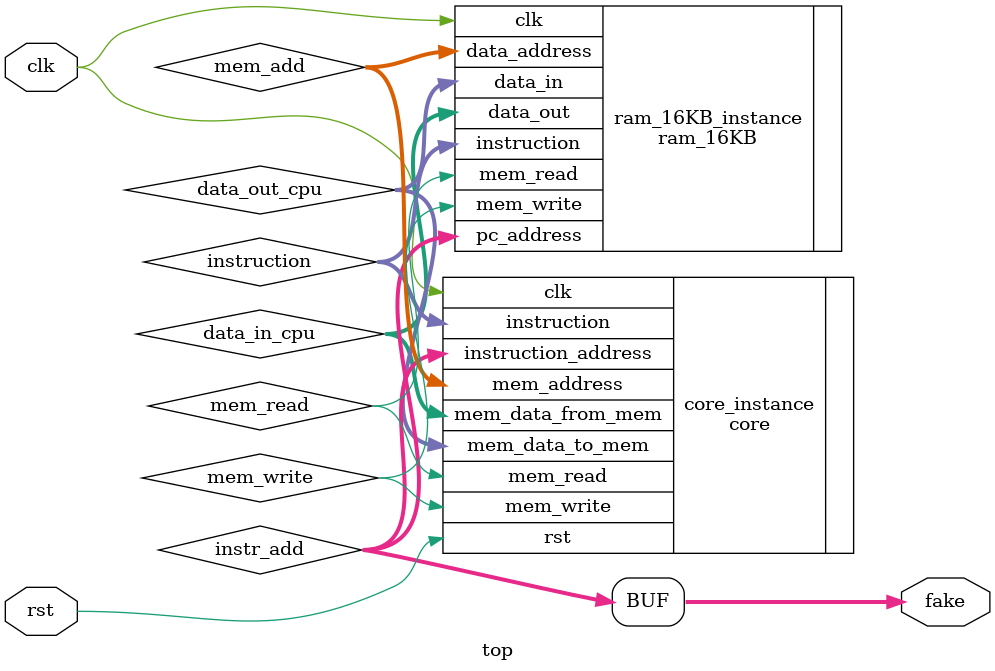
<source format=v>
/*


*/

`timescale 1ns / 1ps

module top(
    input clk,
    input rst,
    output [31:0] fake
    );
    
    wire [31:0] data_in_cpu, data_out_cpu, mem_add, instr_add, instruction;
    wire mem_read, mem_write;

    core core_instance(
        .clk(clk),
        .rst(rst),
        .instruction_address(instr_add),
        .instruction(instruction),
        .mem_write(mem_write),
        .mem_read(mem_read),
        .mem_address(mem_add),
        .mem_data_from_mem(data_in_cpu),
        .mem_data_to_mem(data_out_cpu)
    );
    
    ram_16KB ram_16KB_instance(
        .clk(clk),
        .pc_address(instr_add),
        .instruction(instruction),
        .data_address(mem_add),
        .mem_read(mem_read),
        .mem_write(mem_write),
        .data_in(data_out_cpu),
        .data_out(data_in_cpu)
    );

    assign fake = instr_add;
    
endmodule



</source>
